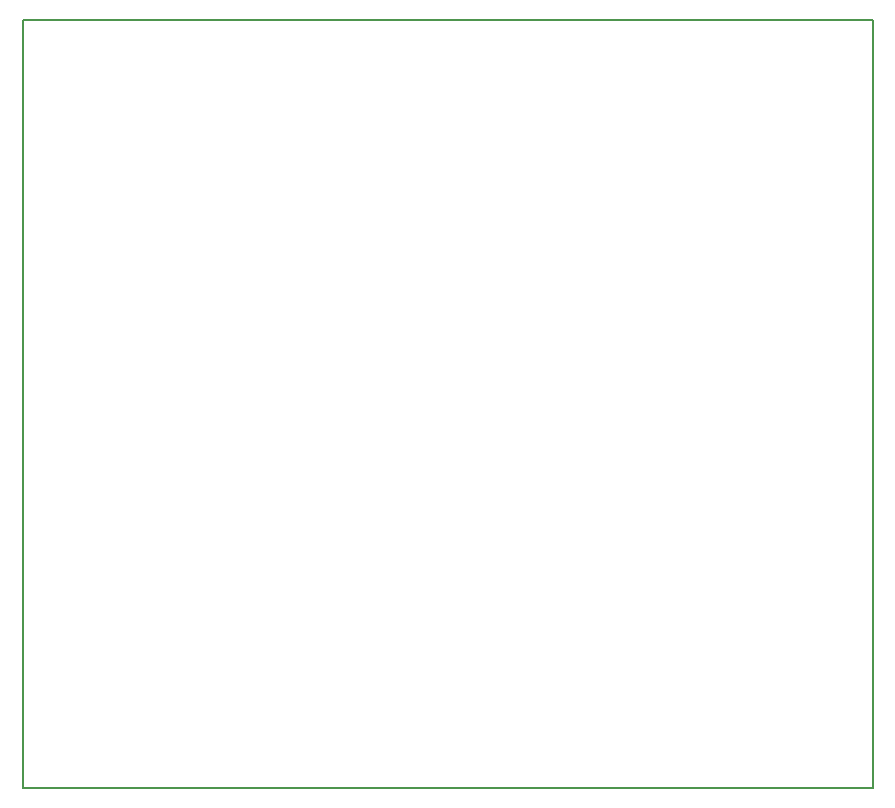
<source format=gbr>
%TF.GenerationSoftware,KiCad,Pcbnew,(6.0.8)*%
%TF.CreationDate,2022-12-05T17:54:35+01:00*%
%TF.ProjectId,FMC-HPC-BRK,464d432d-4850-4432-9d42-524b2e6b6963,rev?*%
%TF.SameCoordinates,Original*%
%TF.FileFunction,Profile,NP*%
%FSLAX46Y46*%
G04 Gerber Fmt 4.6, Leading zero omitted, Abs format (unit mm)*
G04 Created by KiCad (PCBNEW (6.0.8)) date 2022-12-05 17:54:35*
%MOMM*%
%LPD*%
G01*
G04 APERTURE LIST*
%TA.AperFunction,Profile*%
%ADD10C,0.200000*%
%TD*%
G04 APERTURE END LIST*
D10*
X169000000Y-26000000D02*
X97000000Y-26000000D01*
X97000000Y-26000000D02*
X97000000Y-91000000D01*
X169000000Y-91000000D02*
X169000000Y-26000000D01*
X97000000Y-91000000D02*
X169000000Y-91000000D01*
M02*

</source>
